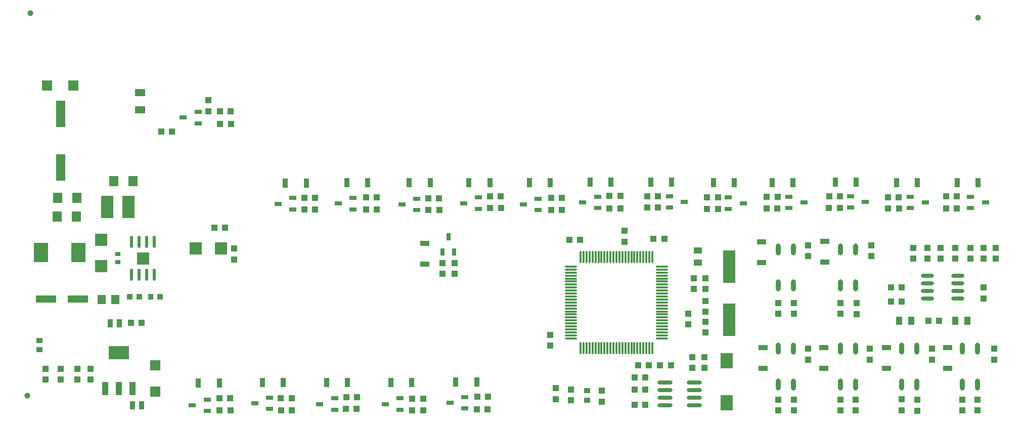
<source format=gtp>
G04*
G04 #@! TF.GenerationSoftware,Altium Limited,Altium Designer,21.9.1 (22)*
G04*
G04 Layer_Color=8421504*
%FSLAX25Y25*%
%MOIN*%
G70*
G04*
G04 #@! TF.SameCoordinates,6B560933-D042-473C-9E78-3B088F3B31AC*
G04*
G04*
G04 #@! TF.FilePolarity,Positive*
G04*
G01*
G75*
%ADD25O,0.03150X0.07874*%
%ADD26R,0.04331X0.04331*%
%ADD27R,0.05906X0.03543*%
%ADD28R,0.04331X0.04331*%
%ADD29R,0.04055X0.05709*%
%ADD30O,0.08661X0.02362*%
%ADD31R,0.06693X0.07087*%
%ADD32R,0.05847X0.06803*%
%ADD33R,0.07087X0.06693*%
%ADD34R,0.06803X0.04685*%
%ADD35R,0.08362X0.15039*%
%ADD36R,0.06496X0.17717*%
%ADD37O,0.02260X0.08024*%
%ADD38R,0.07874X0.07874*%
%ADD39R,0.03543X0.03150*%
%ADD40R,0.09740X0.13071*%
%ADD41R,0.05256X0.05906*%
%ADD42R,0.03543X0.05512*%
%ADD43R,0.07874X0.07874*%
%ADD44R,0.13780X0.04724*%
%ADD45R,0.03175X0.03402*%
%ADD46R,0.07874X0.21654*%
%ADD47R,0.13780X0.08661*%
%ADD48R,0.03937X0.08661*%
%ADD49R,0.07874X0.09843*%
%ADD50R,0.05709X0.04055*%
%ADD51R,0.03858X0.03661*%
%ADD52O,0.09843X0.02756*%
%ADD53O,0.01181X0.08268*%
%ADD54O,0.08268X0.01181*%
%ADD55R,0.07874X0.07874*%
%ADD56R,0.04921X0.02756*%
%ADD57R,0.03543X0.05906*%
%ADD58R,0.02756X0.04921*%
%ADD59C,0.03937*%
G36*
X61530Y85741D02*
X61530Y84087D01*
X59778D01*
Y82316D01*
X61510D01*
X61530Y80702D01*
X61333Y80505D01*
X56806D01*
X56609Y80702D01*
Y85741D01*
X56806Y85938D01*
X61333D01*
X61530Y85741D01*
D02*
G37*
G36*
X69995D02*
Y80702D01*
X69798Y80505D01*
X65270D01*
X65073Y80702D01*
X65053Y82316D01*
X66825D01*
Y84087D01*
X65093D01*
X65073Y85741D01*
X65270Y85938D01*
X69798D01*
X69995Y85741D01*
D02*
G37*
G36*
X75895Y83228D02*
X79045D01*
X79242Y83425D01*
Y84323D01*
X77785D01*
Y85622D01*
X79242D01*
Y86575D01*
X79045Y86772D01*
X75895D01*
X75698Y86575D01*
Y83425D01*
X75895Y83228D01*
D02*
G37*
G36*
X81998Y83425D02*
Y84323D01*
X83494D01*
Y85622D01*
X81998D01*
Y86575D01*
X82194Y86772D01*
X85305D01*
X85501Y86575D01*
Y83425D01*
X85305Y83228D01*
X82194D01*
X81998Y83425D01*
D02*
G37*
G36*
X89595Y83228D02*
X92745D01*
X92942Y83425D01*
Y84323D01*
X91485D01*
Y85622D01*
X92942D01*
Y86575D01*
X92745Y86772D01*
X89595D01*
X89398Y86575D01*
Y83425D01*
X89595Y83228D01*
D02*
G37*
G36*
X95698Y83425D02*
Y84323D01*
X97194D01*
Y85622D01*
X95698D01*
Y86575D01*
X95894Y86772D01*
X99005D01*
X99202Y86575D01*
Y83425D01*
X99005Y83228D01*
X95894D01*
X95698Y83425D01*
D02*
G37*
G36*
X82293Y164208D02*
Y158192D01*
X81899Y157798D01*
X76840D01*
X76446Y158192D01*
Y159650D01*
X76840Y160044D01*
X78041D01*
X78434Y160437D01*
Y161963D01*
X78041Y162356D01*
X76840D01*
X76446Y162750D01*
Y164208D01*
X76840Y164602D01*
X81899D01*
X82293Y164208D01*
D02*
G37*
G36*
X69753D02*
Y162750D01*
X69360Y162356D01*
X68159D01*
X67766Y161963D01*
Y160437D01*
X68159Y160044D01*
X69360D01*
X69753Y159650D01*
Y158192D01*
X69360Y157798D01*
X64301D01*
X63907Y158192D01*
Y164208D01*
X64301Y164602D01*
X69360D01*
X69753Y164208D01*
D02*
G37*
G36*
X45393Y153108D02*
Y147092D01*
X44999Y146698D01*
X39940D01*
X39546Y147092D01*
Y148550D01*
X39940Y148943D01*
X41141D01*
X41534Y149337D01*
Y150863D01*
X41141Y151257D01*
X39940D01*
X39546Y151650D01*
Y153108D01*
X39940Y153502D01*
X44999D01*
X45393Y153108D01*
D02*
G37*
G36*
X32853D02*
Y151650D01*
X32460Y151257D01*
X31259D01*
X30866Y150863D01*
Y149337D01*
X31259Y148943D01*
X32460D01*
X32853Y148550D01*
Y147092D01*
X32460Y146698D01*
X27401D01*
X27007Y147092D01*
Y153108D01*
X27401Y153502D01*
X32460D01*
X32853Y153108D01*
D02*
G37*
G36*
X45093Y140808D02*
Y134792D01*
X44699Y134398D01*
X39640D01*
X39246Y134792D01*
Y136250D01*
X39640Y136644D01*
X40841D01*
X41234Y137037D01*
Y138563D01*
X40841Y138956D01*
X39640D01*
X39246Y139350D01*
Y140808D01*
X39640Y141202D01*
X44699D01*
X45093Y140808D01*
D02*
G37*
G36*
X32553D02*
Y139350D01*
X32160Y138956D01*
X30959D01*
X30566Y138563D01*
Y137037D01*
X30959Y136644D01*
X32160D01*
X32553Y136250D01*
Y134792D01*
X32160Y134398D01*
X27101D01*
X26707Y134792D01*
Y140808D01*
X27101Y141202D01*
X32160D01*
X32553Y140808D01*
D02*
G37*
D25*
X555800Y116024D02*
D03*
X545800D02*
D03*
Y92402D02*
D03*
X555800D02*
D03*
X514857Y116024D02*
D03*
X504857D02*
D03*
Y92402D02*
D03*
X514857D02*
D03*
Y27189D02*
D03*
X504857D02*
D03*
Y50811D02*
D03*
X514857D02*
D03*
X555800Y27189D02*
D03*
X545800D02*
D03*
Y50811D02*
D03*
X555800D02*
D03*
X636300Y27189D02*
D03*
X626300D02*
D03*
Y50811D02*
D03*
X636300D02*
D03*
X596200D02*
D03*
X586200D02*
D03*
Y27189D02*
D03*
X596200D02*
D03*
D26*
X524500Y111857D02*
D03*
Y118943D02*
D03*
X504857Y73720D02*
D03*
Y80806D02*
D03*
X515200D02*
D03*
Y73720D02*
D03*
X545800Y73657D02*
D03*
Y80743D02*
D03*
X556700Y80643D02*
D03*
Y73557D02*
D03*
X647300Y43624D02*
D03*
Y50710D02*
D03*
X606200Y43624D02*
D03*
Y50710D02*
D03*
X565300Y43624D02*
D03*
Y50710D02*
D03*
X524500Y43624D02*
D03*
Y50710D02*
D03*
X504857Y10086D02*
D03*
Y17173D02*
D03*
X515200Y17187D02*
D03*
Y10100D02*
D03*
X545800Y10086D02*
D03*
Y17173D02*
D03*
X555800Y17187D02*
D03*
Y10100D02*
D03*
X586200Y10257D02*
D03*
Y17343D02*
D03*
X596700Y17043D02*
D03*
Y9957D02*
D03*
X636350Y17193D02*
D03*
Y10107D02*
D03*
X626300Y10157D02*
D03*
Y17243D02*
D03*
X640300Y83957D02*
D03*
Y91043D02*
D03*
X648162Y117200D02*
D03*
Y110113D02*
D03*
X640060Y117200D02*
D03*
Y110113D02*
D03*
X631579D02*
D03*
Y117200D02*
D03*
X621404Y117200D02*
D03*
Y110113D02*
D03*
X611900Y117200D02*
D03*
Y110113D02*
D03*
X603061Y117200D02*
D03*
Y110113D02*
D03*
X594000Y117200D02*
D03*
Y110113D02*
D03*
X566200Y118943D02*
D03*
Y111857D02*
D03*
X368200Y16797D02*
D03*
Y23884D02*
D03*
X51500Y30357D02*
D03*
Y37443D02*
D03*
X449300Y97137D02*
D03*
Y90050D02*
D03*
X146200Y116700D02*
D03*
Y109613D02*
D03*
X291500Y100071D02*
D03*
Y107158D02*
D03*
X283600Y100171D02*
D03*
Y107257D02*
D03*
X129100Y214343D02*
D03*
Y207257D02*
D03*
X456300Y45200D02*
D03*
Y38113D02*
D03*
X403600Y121257D02*
D03*
Y128343D02*
D03*
X388600Y23043D02*
D03*
Y15957D02*
D03*
X358300Y17557D02*
D03*
Y24643D02*
D03*
X456964Y82176D02*
D03*
Y75090D02*
D03*
X354400Y59843D02*
D03*
Y52757D02*
D03*
X445400Y66857D02*
D03*
Y73943D02*
D03*
X448300Y38013D02*
D03*
Y45100D02*
D03*
X457000Y68543D02*
D03*
Y61457D02*
D03*
X456964Y97137D02*
D03*
Y90050D02*
D03*
X21900Y37443D02*
D03*
Y30357D02*
D03*
X31900Y30468D02*
D03*
Y37554D02*
D03*
X42900Y30468D02*
D03*
Y37554D02*
D03*
D27*
X494800Y37810D02*
D03*
Y51590D02*
D03*
X493900Y121090D02*
D03*
Y107310D02*
D03*
X535400Y121490D02*
D03*
Y107710D02*
D03*
X616400Y51590D02*
D03*
Y37810D02*
D03*
X576200Y51590D02*
D03*
Y37810D02*
D03*
X535000Y51590D02*
D03*
Y37810D02*
D03*
X271900Y106510D02*
D03*
Y120290D02*
D03*
D28*
X603857Y69200D02*
D03*
X610943D02*
D03*
X579167Y81900D02*
D03*
X586253D02*
D03*
Y91043D02*
D03*
X579167D02*
D03*
X85343Y67700D02*
D03*
X78257D02*
D03*
X140143Y130600D02*
D03*
X133057D02*
D03*
X367257Y122400D02*
D03*
X374343D02*
D03*
X105343Y193800D02*
D03*
X98257D02*
D03*
X313543Y19000D02*
D03*
X306457D02*
D03*
X270743Y17800D02*
D03*
X263657D02*
D03*
X227143Y18873D02*
D03*
X220057D02*
D03*
X313243Y10800D02*
D03*
X306157D02*
D03*
X270743Y10100D02*
D03*
X263657D02*
D03*
X226943Y11064D02*
D03*
X219857D02*
D03*
X184043Y18200D02*
D03*
X176957D02*
D03*
X143643Y18100D02*
D03*
X136557D02*
D03*
X615557Y143100D02*
D03*
X622643D02*
D03*
X577357Y143000D02*
D03*
X584443D02*
D03*
X184143Y10100D02*
D03*
X177057D02*
D03*
X143743Y10000D02*
D03*
X136657D02*
D03*
X615557Y151000D02*
D03*
X622643D02*
D03*
X577157Y150600D02*
D03*
X584243D02*
D03*
X538357Y143600D02*
D03*
X545443D02*
D03*
X497257Y143200D02*
D03*
X504343D02*
D03*
X457957Y142700D02*
D03*
X465043D02*
D03*
X418557Y143660D02*
D03*
X425643D02*
D03*
X400743Y151400D02*
D03*
X393657D02*
D03*
X538557Y151240D02*
D03*
X545643D02*
D03*
X497357Y150840D02*
D03*
X504443D02*
D03*
X457957Y150600D02*
D03*
X465043D02*
D03*
X418613Y151300D02*
D03*
X425700D02*
D03*
X400743Y143300D02*
D03*
X393657D02*
D03*
X362243Y150300D02*
D03*
X355157D02*
D03*
X321843Y151100D02*
D03*
X314757D02*
D03*
X281287Y149659D02*
D03*
X274200D02*
D03*
X240243Y150359D02*
D03*
X233157D02*
D03*
X199600Y150100D02*
D03*
X192513D02*
D03*
X362343Y142100D02*
D03*
X355257D02*
D03*
X322043Y143400D02*
D03*
X314957D02*
D03*
X281387Y142100D02*
D03*
X274300D02*
D03*
X240143Y142500D02*
D03*
X233057D02*
D03*
X199500D02*
D03*
X192413D02*
D03*
X136913Y207000D02*
D03*
X144000D02*
D03*
X137013Y198900D02*
D03*
X144100D02*
D03*
X417243Y31700D02*
D03*
X410157D02*
D03*
X419643Y39800D02*
D03*
X412557D02*
D03*
X417243Y23700D02*
D03*
X410157D02*
D03*
X429743Y122975D02*
D03*
X422657D02*
D03*
X426957Y39900D02*
D03*
X434043D02*
D03*
X410157Y13700D02*
D03*
X417243D02*
D03*
D29*
X584504Y69200D02*
D03*
X592496D02*
D03*
X629396Y69200D02*
D03*
X621404D02*
D03*
D30*
X603061Y98700D02*
D03*
Y93700D02*
D03*
Y88700D02*
D03*
Y83700D02*
D03*
X623139Y98700D02*
D03*
Y93700D02*
D03*
Y88700D02*
D03*
Y83700D02*
D03*
D31*
X94300Y39832D02*
D03*
Y22568D02*
D03*
D32*
X42470Y150100D02*
D03*
X29930D02*
D03*
X66830Y161200D02*
D03*
X79370D02*
D03*
X42170Y137800D02*
D03*
X29630D02*
D03*
D33*
X40232Y224000D02*
D03*
X22968D02*
D03*
D34*
X84200Y219589D02*
D03*
Y208211D02*
D03*
D35*
X76400Y144300D02*
D03*
X62400D02*
D03*
D36*
X32000Y169983D02*
D03*
Y205416D02*
D03*
D37*
X78700Y99398D02*
D03*
X83700D02*
D03*
X88700D02*
D03*
X93700D02*
D03*
X78700Y121202D02*
D03*
X83700D02*
D03*
X88700D02*
D03*
X93700D02*
D03*
D38*
X86200Y110300D02*
D03*
D39*
X69700Y113155D02*
D03*
Y107644D02*
D03*
D40*
X18787Y114100D02*
D03*
X43613D02*
D03*
D41*
X58902Y83300D02*
D03*
X67898D02*
D03*
D42*
X70553Y67400D02*
D03*
X64647D02*
D03*
X85262Y13400D02*
D03*
X79357D02*
D03*
D43*
X58500Y105138D02*
D03*
Y122462D02*
D03*
D44*
X43112Y83500D02*
D03*
X22088D02*
D03*
D45*
X77635Y85000D02*
D03*
X83565D02*
D03*
X91334D02*
D03*
X97265D02*
D03*
D46*
X472700Y104913D02*
D03*
Y69873D02*
D03*
D47*
X70286Y48082D02*
D03*
D48*
X79341Y24460D02*
D03*
X70286D02*
D03*
X61231D02*
D03*
D49*
X470900Y15300D02*
D03*
Y42859D02*
D03*
D50*
X451800Y115396D02*
D03*
Y107404D02*
D03*
D51*
X378900Y23031D02*
D03*
Y16969D02*
D03*
X17800Y50196D02*
D03*
Y56259D02*
D03*
D52*
X449503Y13629D02*
D03*
Y18629D02*
D03*
Y23629D02*
D03*
Y28629D02*
D03*
X430212Y13629D02*
D03*
Y18629D02*
D03*
Y23629D02*
D03*
Y28629D02*
D03*
D53*
X421822Y51279D02*
D03*
X419853D02*
D03*
X417885D02*
D03*
X415916D02*
D03*
X413948D02*
D03*
X411979D02*
D03*
X410011D02*
D03*
X408042D02*
D03*
X406074D02*
D03*
X404106D02*
D03*
X402137D02*
D03*
X400169D02*
D03*
X398200D02*
D03*
X396232D02*
D03*
X394263D02*
D03*
X392295D02*
D03*
X390326D02*
D03*
X388357D02*
D03*
X386389D02*
D03*
X384420D02*
D03*
X382452D02*
D03*
X380484D02*
D03*
X378515D02*
D03*
X376547D02*
D03*
X374578D02*
D03*
Y111121D02*
D03*
X376547D02*
D03*
X378515D02*
D03*
X380484D02*
D03*
X382452D02*
D03*
X384420D02*
D03*
X386389D02*
D03*
X388357D02*
D03*
X390326D02*
D03*
X392295D02*
D03*
X394263D02*
D03*
X396232D02*
D03*
X398200D02*
D03*
X400169D02*
D03*
X402137D02*
D03*
X404106D02*
D03*
X406074D02*
D03*
X408042D02*
D03*
X410011D02*
D03*
X411979D02*
D03*
X413948D02*
D03*
X415916D02*
D03*
X417885D02*
D03*
X419853D02*
D03*
X421822D02*
D03*
D54*
X368279Y57578D02*
D03*
Y59547D02*
D03*
Y61515D02*
D03*
Y63484D02*
D03*
Y65452D02*
D03*
Y67421D02*
D03*
Y69389D02*
D03*
Y71358D02*
D03*
Y73326D02*
D03*
Y75295D02*
D03*
Y77263D02*
D03*
Y79232D02*
D03*
Y81200D02*
D03*
Y83169D02*
D03*
Y85137D02*
D03*
Y87106D02*
D03*
Y89074D02*
D03*
Y91043D02*
D03*
Y93011D02*
D03*
Y94980D02*
D03*
Y96948D02*
D03*
Y98917D02*
D03*
Y100885D02*
D03*
Y102854D02*
D03*
Y104822D02*
D03*
X428121D02*
D03*
Y102854D02*
D03*
Y100885D02*
D03*
Y98917D02*
D03*
Y96948D02*
D03*
Y94980D02*
D03*
Y93011D02*
D03*
Y91043D02*
D03*
Y89074D02*
D03*
Y87106D02*
D03*
Y85137D02*
D03*
Y83169D02*
D03*
Y81200D02*
D03*
Y79232D02*
D03*
Y77263D02*
D03*
Y75295D02*
D03*
Y73326D02*
D03*
Y71358D02*
D03*
Y69389D02*
D03*
Y67421D02*
D03*
Y65452D02*
D03*
Y63484D02*
D03*
Y61515D02*
D03*
Y59547D02*
D03*
Y57578D02*
D03*
D55*
X137392Y116714D02*
D03*
X120857D02*
D03*
D56*
X112600Y203000D02*
D03*
X122442Y206740D02*
D03*
Y199260D02*
D03*
X336858Y145840D02*
D03*
X346700Y149580D02*
D03*
Y142100D02*
D03*
X297479Y146600D02*
D03*
X307321Y150340D02*
D03*
Y142860D02*
D03*
X256757Y145860D02*
D03*
X266600Y149600D02*
D03*
Y142120D02*
D03*
X214761Y146352D02*
D03*
X224603Y150092D02*
D03*
Y142612D02*
D03*
X175057Y146292D02*
D03*
X184900Y150032D02*
D03*
Y142552D02*
D03*
X562321Y147500D02*
D03*
X552479Y143760D02*
D03*
Y151240D02*
D03*
X521821Y147200D02*
D03*
X511979Y143460D02*
D03*
Y150940D02*
D03*
X481821Y146600D02*
D03*
X471979Y142860D02*
D03*
Y150340D02*
D03*
X443021Y147400D02*
D03*
X433179Y143660D02*
D03*
Y151140D02*
D03*
X375879Y147200D02*
D03*
X385721Y150940D02*
D03*
Y143460D02*
D03*
X159779Y14800D02*
D03*
X169621Y18540D02*
D03*
Y11060D02*
D03*
X118579Y13500D02*
D03*
X128421Y17240D02*
D03*
Y9760D02*
D03*
X641421Y147200D02*
D03*
X631579Y143460D02*
D03*
Y150940D02*
D03*
X601721Y147100D02*
D03*
X591879Y143360D02*
D03*
Y150840D02*
D03*
X288379Y15100D02*
D03*
X298221Y18840D02*
D03*
Y11360D02*
D03*
X245779Y14273D02*
D03*
X255621Y18013D02*
D03*
Y10533D02*
D03*
X202679Y14273D02*
D03*
X212521Y18013D02*
D03*
Y10533D02*
D03*
D57*
X340810Y160100D02*
D03*
X354590D02*
D03*
X301010Y160200D02*
D03*
X314790D02*
D03*
X261610Y160000D02*
D03*
X275390D02*
D03*
X220421Y160300D02*
D03*
X234200D02*
D03*
X180010Y159800D02*
D03*
X193790D02*
D03*
X542410Y160400D02*
D03*
X556190D02*
D03*
X500810Y160200D02*
D03*
X514590D02*
D03*
X462210Y160100D02*
D03*
X475990D02*
D03*
X420910Y160600D02*
D03*
X434690D02*
D03*
X380910Y160400D02*
D03*
X394690D02*
D03*
X164810Y28600D02*
D03*
X178590D02*
D03*
X122610Y28200D02*
D03*
X136390D02*
D03*
X622810Y160100D02*
D03*
X636590D02*
D03*
X582710D02*
D03*
X596490D02*
D03*
X292310Y28800D02*
D03*
X306090D02*
D03*
X249510Y28400D02*
D03*
X263290D02*
D03*
X207110Y28500D02*
D03*
X220890D02*
D03*
D58*
X287400Y124435D02*
D03*
X291140Y114593D02*
D03*
X283660D02*
D03*
D59*
X9900Y19809D02*
D03*
X636600Y268800D02*
D03*
X11800Y271800D02*
D03*
M02*

</source>
